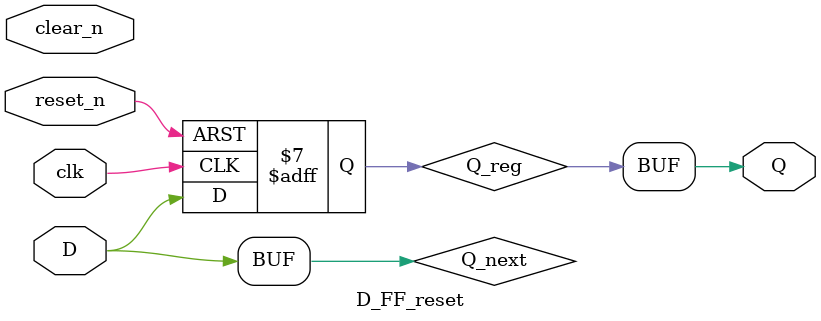
<source format=v>
`timescale 1ns / 1ps


module D_FF_reset(
    input clk,
    input D,
    input reset_n, //asynchronous (regardless of the clock)
    input clear_n,  //synchronous clear (based on the clock)
    output Q
    );
    
    reg Q_reg, Q_next;
    
    always@(negedge clk,  negedge reset_n)
    begin
        Q_reg <= Q_reg; 
        if (!reset_n) //if reset_n is not asserted
            Q_reg <= 1'b0; //set Q_reg to 0
        else
            Q_reg <= Q_next;
    end
    
    always@(D, clear_n)
    begin
    Q_next = Q_reg;
        if(!clear_n)
            Q_next = D;
        else
            Q_next = D;    
    end
    
    assign Q = Q_reg;
    
endmodule

</source>
